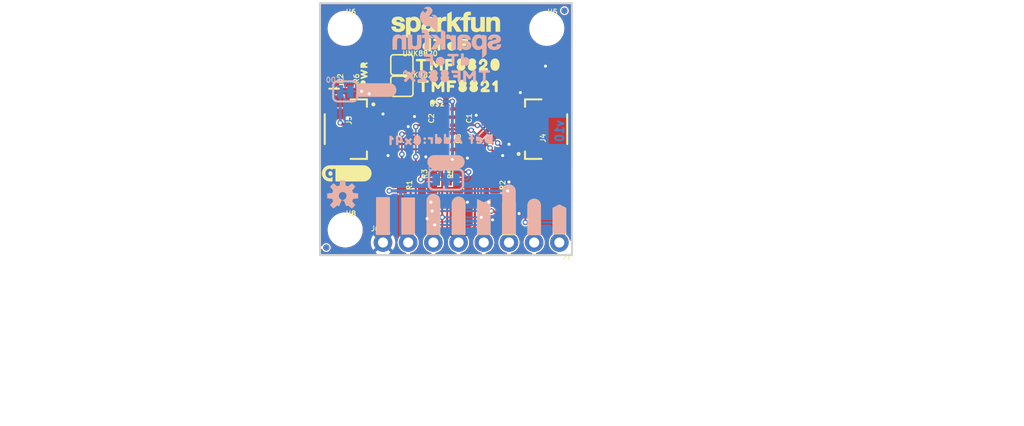
<source format=kicad_pcb>
(kicad_pcb (version 20211014) (generator pcbnew)
  (layers (0 "F.Cu" signal) (31 "B.Cu" signal) (34 "B.Paste" user) (35 "F.Paste" user) (36 "B.SilkS" user "B.Silkscreen") (37 "F.SilkS" user "F.Silkscreen") (38 "B.Mask" user) (39 "F.Mask" user) (44 "Edge.Cuts" user))
  (net 0 "")
  (net 1 "GND")
  (net 2 "3.3V")
  (net 3 "SCL")
  (net 4 "SDA")
  (net 5 "N$5")
  (net 6 "N$6")
  (net 7 "N$7")
  (net 8 "N$8")
  (net 9 "EN")
  (net 10 "GPIO0/SYNC")
  (net 11 "GPIO1")
  (net 12 "~{INT}")
  (footprint "eagleBoard:0603" (layer "F.Cu") (at 138.7221 99.3394 -90)
    (fp_text reference "R6" (at 0 -0.762 90) (layer "F.SilkS") (effects (font (size 0.512064 0.512064) (thickness 0.097536)) (justify right)))
    (fp_text value "1k")
    (pad "1" smd roundrect (at -0.85 0 270) (size 1.1 1) (layers "F.Cu" "F.Paste" "F.Mask") (roundrect_rratio 0.0508) (net 5 "N$5"))
    (pad "2" smd roundrect (at 0.85 0 270) (size 1.1 1) (layers "F.Cu" "F.Paste" "F.Mask") (roundrect_rratio 0.0508) (net 6 "N$6"))
  )
  (footprint "eagleBoard:##INT##9" (layer "F.Cu") (at 152.3111 114.0206 90)
    (fp_text reference "U$10" hide)
    (fp_text value "" hide)
  )
  (footprint "eagleBoard:#GP0#19" (layer "F.Cu") (at 154.8511 113.8936 90)
    (fp_text reference "U$8" hide)
    (fp_text value "" hide)
  )
  (footprint "eagleBoard:JST04_1MM_RA" (layer "F.Cu") (at 140.8811 105.0036 -90)
    (fp_text reference "J5" (at -1.397 2.159 90) (layer "F.SilkS") (effects (font (size 0.512064 0.512064) (thickness 0.097536)) (justify right)))
    (fp_text value "QWIIC_RIGHT_ANGLE")
    (pad "1" smd roundrect (at -1.5 0 270) (size 0.6 1.35) (layers "F.Cu" "F.Paste" "F.Mask") (roundrect_rratio 0.08466666667) (net 1 "GND"))
    (pad "2" smd roundrect (at -0.5 0 270) (size 0.6 1.35) (layers "F.Cu" "F.Paste" "F.Mask") (roundrect_rratio 0.08466666667) (net 2 "3.3V"))
    (pad "3" smd roundrect (at 0.5 0 270) (size 0.6 1.35) (layers "F.Cu" "F.Paste" "F.Mask") (roundrect_rratio 0.08466666667) (net 4 "SDA"))
    (pad "4" smd roundrect (at 1.5 0 270) (size 0.6 1.35) (layers "F.Cu" "F.Paste" "F.Mask") (roundrect_rratio 0.08466666667) (net 3 "SCL"))
    (pad "NC1" smd roundrect (at 2.8 3.675 270) (size 1.2 2) (layers "F.Cu" "F.Paste" "F.Mask") (roundrect_rratio 0.04233333333))
    (pad "NC2" smd roundrect (at -2.8 3.675 270) (size 1.2 2) (layers "F.Cu" "F.Paste" "F.Mask") (roundrect_rratio 0.04233333333))
  )
  (footprint "eagleBoard:FIDUCIAL-MICRO" (layer "F.Cu") (at 136.4361 116.9416)
    (fp_text reference "FD8" hide)
    (fp_text value "FIDUCIALUFIDUCIAL" hide)
    (pad "1" smd roundrect (at 0 0) (size 0.635 0.635) (layers "F.Cu" "F.Mask") (roundrect_rratio 0.5))
  )
  (footprint "eagleBoard:TMF88209" (layer "F.Cu") (at 149.7711 98.5266)
    (fp_text reference "U$12" hide)
    (fp_text value "" hide)
  )
  (footprint "eagleBoard:1X04_NO_SILK" (layer "F.Cu") (at 159.9311 116.4336 180)
    (fp_text reference "J1" (at -1.27 -1.397) (layer "F.SilkS") (effects (font (size 0.512064 0.512064) (thickness 0.097536)) (justify right)))
    (fp_text value "")
    (pad "1" thru_hole circle (at 0 0 270) (size 1.8796 1.8796) (drill 1.016) (layers *.Cu *.Mask) (net 9 "EN"))
    (pad "2" thru_hole circle (at 2.54 0 270) (size 1.8796 1.8796) (drill 1.016) (layers *.Cu *.Mask) (net 11 "GPIO1"))
    (pad "3" thru_hole circle (at 5.08 0 270) (size 1.8796 1.8796) (drill 1.016) (layers *.Cu *.Mask) (net 10 "GPIO0/SYNC"))
    (pad "4" thru_hole circle (at 7.62 0 270) (size 1.8796 1.8796) (drill 1.016) (layers *.Cu *.Mask) (net 12 "~{INT}"))
  )
  (footprint "eagleBoard:FIDUCIAL-MICRO" (layer "F.Cu") (at 160.4391 93.0656)
    (fp_text reference "FD7" hide)
    (fp_text value "FIDUCIALUFIDUCIAL" hide)
    (pad "1" smd roundrect (at 0 0) (size 0.635 0.635) (layers "F.Cu" "F.Mask") (roundrect_rratio 0.5))
  )
  (footprint "eagleBoard:STAND-OFF-TIGHT" (layer "F.Cu") (at 138.3411 115.1636)
    (fp_text reference "H8" (at 0 -1.651) (layer "F.SilkS") (effects (font (size 0.512064 0.512064) (thickness 0.097536)) (justify left)))
    (fp_text value "STAND-OFFTIGHT")
    (pad "" np_thru_hole circle (at 0 0) (size 3.048 3.048) (drill 3.048) (layers *.Cu *.Mask))
  )
  (footprint "eagleBoard:#GP1#8" (layer "F.Cu") (at 157.3911 114.0206 90)
    (fp_text reference "U$9" hide)
    (fp_text value "" hide)
  )
  (footprint "eagleBoard:STAND-OFF-TIGHT" (layer "F.Cu") (at 138.3411 94.8436)
    (fp_text reference "H6" (at 0 -1.651) (layer "F.SilkS") (effects (font (size 0.512064 0.512064) (thickness 0.097536)) (justify left)))
    (fp_text value "STAND-OFFTIGHT")
    (pad "" np_thru_hole circle (at 0 0) (size 3.048 3.048) (drill 3.048) (layers *.Cu *.Mask))
  )
  (footprint "eagleBoard:0603" (layer "F.Cu") (at 147.1041 110.0836 90)
    (fp_text reference "R3" (at 0 -0.762 90) (layer "F.SilkS") (effects (font (size 0.512064 0.512064) (thickness 0.097536)) (justify left)))
    (fp_text value "2.2k")
    (pad "1" smd roundrect (at -0.85 0 90) (size 1.1 1) (layers "F.Cu" "F.Paste" "F.Mask") (roundrect_rratio 0.0508) (net 4 "SDA"))
    (pad "2" smd roundrect (at 0.85 0 90) (size 1.1 1) (layers "F.Cu" "F.Paste" "F.Mask") (roundrect_rratio 0.0508) (net 7 "N$7"))
  )
  (footprint "eagleBoard:PRODUCT_IDENT_PASTE_SILK" (layer "F.Cu") (at 144.0561 98.5266)
    (fp_text reference "UNK8820" (at 0 -1.143) (layer "F.SilkS") (effects (font (size 0.512064 0.512064) (thickness 0.097536)) (justify left)))
    (fp_text value "PROD_ID_PASTE_SILK")
    (pad "1" smd roundrect (at -0.0254 0) (size 1.6764 1.27) (layers "F.Cu" "F.Mask") (roundrect_rratio 0.04))
  )
  (footprint "eagleBoard:SFE_LOGO_NAME_.1" (layer "F.Cu") (at 148.5011 94.5896)
    (fp_text reference "U$13" hide)
    (fp_text value "" hide)
  )
  (footprint "eagleBoard:0603" (layer "F.Cu") (at 144.0561 110.0836 -90)
    (fp_text reference "R1" (at 0 -0.762 90) (layer "F.SilkS") (effects (font (size 0.512064 0.512064) (thickness 0.097536)) (justify right)))
    (fp_text value "10k")
    (pad "1" smd roundrect (at -0.85 0 270) (size 1.1 1) (layers "F.Cu" "F.Paste" "F.Mask") (roundrect_rratio 0.0508) (net 12 "~{INT}"))
    (pad "2" smd roundrect (at 0.85 0 270) (size 1.1 1) (layers "F.Cu" "F.Paste" "F.Mask") (roundrect_rratio 0.0508) (net 2 "3.3V"))
  )
  (footprint "eagleBoard:0402-TIGHT" (layer "F.Cu") (at 150.2791 103.3526 -90)
    (fp_text reference "C1" (at 0 -0.562 90) (layer "F.SilkS") (effects (font (size 0.512064 0.512064) (thickness 0.097536)) (justify right)))
    (fp_text value "0.1uF")
    (pad "1" smd roundrect (at -0.5 0 270) (size 0.6 0.6) (layers "F.Cu" "F.Paste" "F.Mask") (roundrect_rratio 0.08466666667) (net 2 "3.3V"))
    (pad "2" smd roundrect (at 0.5 0 270) (size 0.6 0.6) (layers "F.Cu" "F.Paste" "F.Mask") (roundrect_rratio 0.08466666667) (net 1 "GND"))
  )
  (footprint "eagleBoard:0603" (layer "F.Cu") (at 153.4541 110.0836 -90)
    (fp_text reference "R2" (at 0 -0.762 90) (layer "F.SilkS") (effects (font (size 0.512064 0.512064) (thickness 0.097536)) (justify right)))
    (fp_text value "10k")
    (pad "1" smd roundrect (at -0.85 0 270) (size 1.1 1) (layers "F.Cu" "F.Paste" "F.Mask") (roundrect_rratio 0.0508) (net 9 "EN"))
    (pad "2" smd roundrect (at 0.85 0 270) (size 1.1 1) (layers "F.Cu" "F.Paste" "F.Mask") (roundrect_rratio 0.0508) (net 2 "3.3V"))
  )
  (footprint "eagleBoard:0402-TIGHT" (layer "F.Cu") (at 146.4691 103.3526 -90)
    (fp_text reference "C2" (at 0 -0.562 90) (layer "F.SilkS") (effects (font (size 0.512064 0.512064) (thickness 0.097536)) (justify right)))
    (fp_text value "0.1uF")
    (pad "1" smd roundrect (at -0.5 0 270) (size 0.6 0.6) (layers "F.Cu" "F.Paste" "F.Mask") (roundrect_rratio 0.08466666667) (net 2 "3.3V"))
    (pad "2" smd roundrect (at 0.5 0 270) (size 0.6 0.6) (layers "F.Cu" "F.Paste" "F.Mask") (roundrect_rratio 0.08466666667) (net 1 "GND"))
  )
  (footprint "eagleBoard:DTOF882188211" (layer "F.Cu") (at 148.5011 96.4946)
    (fp_text reference "U$11" hide)
    (fp_text value "" hide)
  )
  (footprint "eagleBoard:LED-0603" (layer "F.Cu") (at 137.2235 99.3394 -90)
    (fp_text reference "D2" (at 0 -0.635 90) (layer "F.SilkS") (effects (font (size 0.512064 0.512064) (thickness 0.097536)) (justify right)))
    (fp_text value "RED")
    (pad "A" smd roundrect (at -0.877 0 180) (size 1 1) (layers "F.Cu" "F.Paste" "F.Mask") (roundrect_rratio 0.15) (net 5 "N$5"))
    (pad "C" smd roundrect (at 0.877 0 180) (size 1 1) (layers "F.Cu" "F.Paste" "F.Mask") (roundrect_rratio 0.15) (net 1 "GND"))
  )
  (footprint "eagleBoard:STAND-OFF-TIGHT" (layer "F.Cu") (at 158.6611 94.8436)
    (fp_text reference "H5" (at 0 -1.651) (layer "F.SilkS") (effects (font (size 0.512064 0.512064) (thickness 0.097536)) (justify left)))
    (fp_text value "STAND-OFFTIGHT")
    (pad "" np_thru_hole circle (at 0 0) (size 3.048 3.048) (drill 3.048) (layers *.Cu *.Mask))
  )
  (footprint "eagleBoard:#SDA#6" (layer "F.Cu") (at 147.2311 113.7666 90)
    (fp_text reference "U$4" hide)
    (fp_text value "" hide)
  )
  (footprint "eagleBoard:PRODUCT_IDENT_NO_SILK" (layer "F.Cu") (at 144.0561 100.6856)
    (fp_text reference "UNK8821" (at 0 -1.143) (layer "F.SilkS") (effects (font (size 0.512064 0.512064) (thickness 0.097536)) (justify left)))
    (fp_text value "PROD_ID_NO-PASTE_SILK")
    (pad "1" smd roundrect (at -0.0254 0) (size 1.6764 1.27) (layers "F.Cu" "F.Mask") (roundrect_rratio 0.04))
  )
  (footprint "eagleBoard:1X04_NO_SILK" (layer "F.Cu") (at 142.1511 116.4336)
    (fp_text reference "J6" (at -1.27 -1.397) (layer "F.SilkS") (effects (font (size 0.512064 0.512064) (thickness 0.097536)) (justify left)))
    (fp_text value "")
    (pad "1" thru_hole circle (at 0 0 90) (size 1.8796 1.8796) (drill 1.016) (layers *.Cu *.Mask) (net 1 "GND"))
    (pad "2" thru_hole circle (at 2.54 0 90) (size 1.8796 1.8796) (drill 1.016) (layers *.Cu *.Mask) (net 2 "3.3V"))
    (pad "3" thru_hole circle (at 5.08 0 90) (size 1.8796 1.8796) (drill 1.016) (layers *.Cu *.Mask) (net 4 "SDA"))
    (pad "4" thru_hole circle (at 7.62 0 90) (size 1.8796 1.8796) (drill 1.016) (layers *.Cu *.Mask) (net 3 "SCL"))
  )
  (footprint "eagleBoard:0603" (layer "F.Cu") (at 149.7203 110.0836 90)
    (fp_text reference "R5" (at 0 -0.762 90) (layer "F.SilkS") (effects (font (size 0.512064 0.512064) (thickness 0.097536)) (justify left)))
    (fp_text value "2.2k")
    (pad "1" smd roundrect (at -0.85 0 90) (size 1.1 1) (layers "F.Cu" "F.Paste" "F.Mask") (roundrect_rratio 0.0508) (net 3 "SCL"))
    (pad "2" smd roundrect (at 0.85 0 90) (size 1.1 1) (layers "F.Cu" "F.Paste" "F.Mask") (roundrect_rratio 0.0508) (net 8 "N$8"))
  )
  (footprint "eagleBoard:#EN#7" (layer "F.Cu") (at 159.9311 114.2746 90)
    (fp_text reference "U$17" hide)
    (fp_text value "" hide)
  )
  (footprint "eagleBoard:TMF882188210" (layer "F.Cu") (at 149.7711 100.6856)
    (fp_text reference "U$25" hide)
    (fp_text value "" hide)
  )
  (footprint "eagleBoard:CREATIVE_COMMONS" (layer "F.Cu") (at 123.8631 134.4676)
    (fp_text reference "FRAME2" hide)
    (fp_text value "FRAME-LETTER" hide)
  )
  (footprint "eagleBoard:#SCL#5" (layer "F.Cu") (at 149.7711 113.8936 90)
    (fp_text reference "U$5" hide)
    (fp_text value "" hide)
  )
  (footprint "eagleBoard:TMF882X" (layer "F.Cu") (at 148.5011 105.0036)
    (fp_text reference "U$1" (at -1.7272 -2.5654) (layer "F.SilkS") (effects (font (size 0.512064 0.512064) (thickness 0.097536)) (justify left)))
    (fp_text value "TMF882X_TMF8820")
    (pad "P1" smd roundrect (at -0.6858 -2.032) (size 0.5 0.35) (layers "F.Cu" "F.Paste" "F.Mask") (roundrect_rratio 0.1451428571) (net 2 "3.3V"))
    (pad "P2" smd roundrect (at -0.6858 -1.212) (size 0.5 0.35) (layers "F.Cu" "F.Paste" "F.Mask") (roundrect_rratio 0.1451428571) (net 1 "GND"))
    (pad "P3" smd roundrect (at -0.6858 -0.392) (size 0.5 0.35) (layers "F.Cu" "F.Paste" "F.Mask") (roundrect_rratio 0.1451428571) (net 10 "GPIO0/SYNC"))
    (pad "P4" smd roundrect (at -0.6858 0.428) (size 0.5 0.35) (layers "F.Cu" "F.Paste" "F.Mask") (roundrect_rratio 0.1451428571) (net 12 "~{INT}"))
    (pad "P5" smd roundrect (at -0.6858 1.248) (size 0.5 0.35) (layers "F.Cu" "F.Paste" "F.Mask") (roundrect_rratio 0.1451428571) (net 3 "SCL"))
    (pad "P6" smd roundrect (at -0.6858 2.068) (size 0.5 0.35) (layers "F.Cu" "F.Paste" "F.Mask") (roundrect_rratio 0.1451428571) (net 4 "SDA"))
    (pad "P7" smd roundrect (at 0.6642 2.068) (size 0.5 0.35) (layers "F.Cu" "F.Paste" "F.Mask") (roundrect_rratio 0.1451428571) (net 2 "3.3V"))
    (pad "P8" smd roundrect (at 0.6642 1.248) (size 0.5 0.35) (layers "F.Cu" "F.Paste" "F.Mask") (roundrect_rratio 0.1451428571) (net 1 "GND"))
    (pad "P9" smd roundrect (at 0.6642 0.428) (size 0.5 0.35) (layers "F.Cu" "F.Paste" "F.Mask") (roundrect_rratio 0.1451428571) (net 9 "EN"))
    (pad "P10" smd roundrect (at 0.6642 -0.392) (size 0.5 0.35) (layers "F.Cu" "F.Paste" "F.Mask") (roundrect_rratio 0.1451428571) (net 11 "GPIO1"))
    (pad "P11" smd roundrect (at 0.6642 -1.212) (size 0.5 0.35) (layers "F.Cu" "F.Paste" "F.Mask") (roundrect_rratio 0.1451428571) (net 1 "GND"))
    (pad "P12" smd roundrect (at 0.6642 -2.032) (size 0.5 0.35) (layers "F.Cu" "F.Paste" "F.Mask") (roundrect_rratio 0.1451428571) (net 2 "3.3V"))
  )
  (footprint "eagleBoard:PWR882188212" (layer "F.Cu") (at 140.2461 99.4156 90)
    (fp_text reference "U$14" hide)
    (fp_text value "" hide)
  )
  (footprint "eagleBoard:QWIIC_5MM" (layer "F.Cu") (at 138.4681 109.4486)
    (fp_text reference "U$6" hide)
    (fp_text value "QWIIC_LOGO_5MM" hide)
  )
  (footprint "eagleBoard:#GND#4" (layer "F.Cu") (at 142.1511 113.7666 90)
    (fp_text reference "U$3" hide)
    (fp_text value "" hide)
  )
  (footprint "eagleBoard:#3V3#0" (layer "F.Cu") (at 144.6911 113.7666 90)
    (fp_text reference "U$2" hide)
    (fp_text value "" hide)
  )
  (footprint "eagleBoard:0402-TIGHT" (layer "F.Cu") (at 150.2791 106.5276 90)
    (fp_text reference "C3" (at 0 -0.562 90) (layer "F.SilkS") (effects (font (size 0.512064 0.512064) (thickness 0.097536)) (justify left)))
    (fp_text value "0.1uF")
    (pad "1" smd roundrect (at -0.5 0 90) (size 0.6 0.6) (layers "F.Cu" "F.Paste" "F.Mask") (roundrect_rratio 0.08466666667) (net 2 "3.3V"))
    (pad "2" smd roundrect (at 0.5 0 90) (size 0.6 0.6) (layers "F.Cu" "F.Paste" "F.Mask") (roundrect_rratio 0.08466666667) (net 1 "GND"))
  )
  (footprint "eagleBoard:JST04_1MM_RA" (layer "F.Cu") (at 156.1211 105.0036 90)
    (fp_text reference "J4" (at -1.397 2.159 90) (layer "F.SilkS") (effects (font (size 0.512064 0.512064) (thickness 0.097536)) (justify left)))
    (fp_text value "QWIIC_RIGHT_ANGLE")
    (pad "1" smd roundrect (at -1.5 0 90) (size 0.6 1.35) (layers "F.Cu" "F.Paste" "F.Mask") (roundrect_rratio 0.08466666667) (net 1 "GND"))
    (pad "2" smd roundrect (at -0.5 0 90) (size 0.6 1.35) (layers "F.Cu" "F.Paste" "F.Mask") (roundrect_rratio 0.08466666667) (net 2 "3.3V"))
    (pad "3" smd roundrect (at 0.5 0 90) (size 0.6 1.35) (layers "F.Cu" "F.Paste" "F.Mask") (roundrect_rratio 0.08466666667) (net 4 "SDA"))
    (pad "4" smd roundrect (at 1.5 0 90) (size 0.6 1.35) (layers "F.Cu" "F.Paste" "F.Mask") (roundrect_rratio 0.08466666667) (net 3 "SCL"))
    (pad "NC1" smd roundrect (at 2.8 3.675 90) (size 1.2 2) (layers "F.Cu" "F.Paste" "F.Mask") (roundrect_rratio 0.04233333333))
    (pad "NC2" smd roundrect (at -2.8 3.675 90) (size 1.2 2) (layers "F.Cu" "F.Paste" "F.Mask") (roundrect_rratio 0.04233333333))
  )
  (footprint "eagleBoard:FIDUCIAL-MICRO" (layer "B.Cu") (at 136.4361 116.9416 180)
    (fp_text reference "FD5" hide)
    (fp_text value "FIDUCIALUFIDUCIAL" hide)
    (pad "1" smd roundrect (at 0 0 180) (size 0.635 0.635) (layers "B.Cu" "B.Mask") (roundrect_rratio 0.5))
  )
  (footprint "eagleBoard:#LED#10" (layer "B.Cu") (at 141.3891 101.0666 180)
    (fp_text reference "U$22" hide)
    (fp_text value "" hide)
  )
  (footprint "eagleBoard:SMT-JUMPER_2_NC_TRACE_SILK" (layer "B.Cu") (at 138.3411 101.1936 180)
    (fp_text reference "LED0" (at 0 1.143) (layer "B.SilkS") (effects (font (size 0.512064 0.512064) (thickness 0.097536)) (justify left mirror)))
    (fp_text value "LED")
    (fp_poly (pts (xy 0.1905 -0.13335) (xy -0.70485 -0.13335) (xy -0.70485 0.13335) (xy 0.1905 0.13335)) (layer "B.Cu") (width 0) (fill solid))
    (pad "1" smd roundrect (at -0.5207 0 180) (size 0.6604 1.27) (layers "B.Cu" "B.Mask") (roundrect_rratio 0.07692307692) (net 6 "N$6"))
    (pad "2" smd roundrect (at 0.5207 0 180) (size 0.6604 1.27) (layers "B.Cu" "B.Mask") (roundrect_rratio 0.07692307692) (net 2 "3.3V"))
  )
  (footprint "eagleBoard:ADDR#12" (layer "B.Cu") (at 148.1201 106.0196 180)
    (fp_text reference "U$29" hide)
    (fp_text value "" hide)
  )
  (footprint "eagleBoard:DEF11" (layer "B.Cu") (at 151.9301 106.0196 180)
    (fp_text reference "U$28" hide)
    (fp_text value "" hide)
  )
  (footprint "eagleBoard:#GP1#8" (layer "B.Cu") (at 157.3911 114.0206 -90)
    (fp_text reference "U$19" hide)
    (fp_text value "" hide)
  )
  (footprint "eagleBoard:#3V3#0" (layer "B.Cu") (at 144.6911 113.7666 -90)
    (fp_text reference "U$16" hide)
    (fp_text value "" hide)
  )
  (footprint "eagleBoard:##INT##8" (layer "B.Cu") (at 152.3111 114.0206 -90)
    (fp_text reference "U$24" hide)
    (fp_text value "" hide)
  )
  (footprint "eagleBoard:TMF882X882188211" (layer "B.Cu") (at 148.5011 99.6696 180)
    (fp_text reference "U$27" hide)
    (fp_text value "" hide)
  )
  (footprint "eagleBoard:0X4113" (layer "B.Cu") (at 144.3101 106.1466 180)
    (fp_text reference "U$30" hide)
    (fp_text value "" hide)
  )
  (footprint "eagleBoard:#SCL#5" (layer "B.Cu") (at 149.7711 113.8936 -90)
    (fp_text reference "U$21" hide)
    (fp_text value "" hide)
  )
  (footprint "eagleBoard:OSHW-LOGO-S" (layer "B.Cu") (at 138.0871 111.7346 180)
    (fp_text reference "LOGO4" hide)
    (fp_text value "OSHW-LOGOS" hide)
  )
  (footprint "eagleBoard:DTOF882188211" (layer "B.Cu") (at 148.5011 98.0186 180)
    (fp_text reference "U$26" hide)
    (fp_text value "" hide)
  )
  (footprint "eagleBoard:#I2C#11" (layer "B.Cu") (at 148.5011 108.3056 180)
    (fp_text reference "U$20" hide)
    (fp_text value "" hide)
  )
  (footprint "eagleBoard:#EN#7" (layer "B.Cu") (at 159.9311 114.2746 -90)
    (fp_text reference "U$7" hide)
    (fp_text value "" hide)
  )
  (footprint "eagleBoard:#SYNC#8" (layer "B.Cu") (at 154.8511 113.2586 -90)
    (fp_text reference "U$15" hide)
    (fp_text value "" hide)
  )
  (footprint "eagleBoard:SMT-JUMPER_3_2-NC_TRACE_SILK" (layer "B.Cu") (at 148.5011 110.0836 180)
    (fp_text reference "I2C0" (at 0 1.143) (layer "B.SilkS") (effects (font (size 0.512064 0.512064) (thickness 0.097536)) (justify left mirror)))
    (fp_text value "I2C_PU")
    (fp_poly (pts (xy 0.7112 -0.13335) (xy -0.7112 -0.13335) (xy -0.7112 0.13335) (xy 0.7112 0.13335)) (layer "B.Cu") (width 0) (fill solid))
    (pad "1" smd roundrect (at -1.0414 0 180) (size 0.6604 1.27) (layers "B.Cu" "B.Mask") (roundrect_rratio 0.07692307692) (net 8 "N$8"))
    (pad "2" smd roundrect (at 0 0 180) (size 0.6604 1.27) (layers "B.Cu" "B.Mask") (roundrect_rratio 0.07692307692) (net 2 "3.3V"))
    (pad "3" smd roundrect (at 1.0414 0 180) (size 0.6604 1.27) (layers "B.Cu" "B.Mask") (roundrect_rratio 0.07692307692) (net 7 "N$7"))
  )
  (footprint "eagleBoard:FIDUCIAL-MICRO" (layer "B.Cu") (at 160.4391 93.0656 180)
    (fp_text reference "FD6" hide)
    (fp_text value "FIDUCIALUFIDUCIAL" hide)
    (pad "1" smd roundrect (at 0 0 180) (size 0.635 0.635) (layers "B.Cu" "B.Mask") (roundrect_rratio 0.5))
  )
  (footprint "eagleBoard:#GND#4" (layer "B.Cu") (at 142.1511 113.7666 -90)
    (fp_text reference "U$18" hide)
    (fp_text value "" hide)
  )
  (footprint "eagleBoard:#SDA#6" (layer "B.Cu") (at 147.2311 113.7666 -90)
    (fp_text reference "U$23" hide)
    (fp_text value "" hide)
  )
  (footprint "eagleBoard:SFE_LOGO_NAME_FLAME_.1" (layer "B.Cu") (at 148.5011 96.3676 180)
    (fp_text reference "LOGO3" hide)
    (fp_text value "SFE_LOGO_NAME_FLAME.1_INCH" hide)
  )
  (gr_line (start 161.2011 117.7036) (end 135.8011 117.7036) (layer "Edge.Cuts") (width 0.2032))
  (gr_line (start 135.8011 117.7036) (end 135.8011 92.3036) (layer "Edge.Cuts") (width 0.2032))
  (gr_line (start 135.8011 92.3036) (end 161.2011 92.3036) (layer "Edge.Cuts") (width 0.2032))
  (gr_line (start 161.2011 92.3036) (end 161.2011 117.7036) (layer "Edge.Cuts") (width 0.2032))
  (gr_text "v10" (at 160.4391 103.9876 -270) (layer "B.Cu") (effects (font (size 0.8128 0.8128) (thickness 0.2032)) (justify left bottom mirror)))
  (segment (start 149.7703 106.0276) (end 149.5463 106.2516) (width 0.3048) (layer "F.Cu") (net 1))
  (segment (start 149.1653 106.2516) (end 149.5463 106.2516) (width 0.3048) (layer "F.Cu") (net 1))
  (segment (start 149.7703 106.0276) (end 150.2791 106.0276) (width 0.3048) (layer "F.Cu") (net 1))
  (segment (start 150.2181 103.7916) (end 150.2791 103.8526) (width 0.3048) (layer "F.Cu") (net 1))
  (segment (start 146.5301 103.7916) (end 146.4691 103.8526) (width 0.3048) (layer "F.Cu") (net 1))
  (segment (start 147.8153 103.7916) (end 146.5301 103.7916) (width 0.3048) (layer "F.Cu") (net 1))
  (segment (start 149.1653 103.7916) (end 150.2181 103.7916) (width 0.3048) (layer "F.Cu") (net 1))
  (via (at 154.8511 106.5276) (size 0.5588) (drill 0.3048) (layers "F.Cu" "B.Cu") (net 1))
  (via (at 151.5491 103.6066) (size 0.5588) (drill 0.3048) (layers "F.Cu" "B.Cu") (net 1))
  (via (at 154.8511 110.3376) (size 0.5588) (drill 0.3048) (layers "F.Cu" "B.Cu") (net 1))
  (via (at 142.1511 103.4796) (size 0.5588) (drill 0.3048) (layers "F.Cu" "B.Cu") (net 1))
  (via (at 146.9771 112.3696) (size 0.5588) (drill 0.3048) (layers "F.Cu" "B.Cu") (net 1))
  (via (at 155.8671 113.5126) (size 0.5588) (drill 0.3048) (layers "F.Cu" "B.Cu") (net 1))
  (via (at 150.6601 112.3696) (size 0.5588) (drill 0.3048) (layers "F.Cu" "B.Cu") (net 1))
  (via (at 154.2161 107.6706) (size 0.5588) (drill 0.3048) (layers "F.Cu" "B.Cu") (net 1))
  (via (at 158.5341 98.6536) (size 0.5588) (drill 0.3048) (layers "F.Cu" "B.Cu") (net 1))
  (via (at 155.9941 101.3206) (size 0.5588) (drill 0.3048) (layers "F.Cu" "B.Cu") (net 1))
  (via (at 145.3261 103.7336) (size 0.5588) (drill 0.3048) (layers "F.Cu" "B.Cu") (net 1))
  (via (at 144.6911 104.7496) (size 0.5588) (drill 0.3048) (layers "F.Cu" "B.Cu") (net 1))
  (via (at 150.6601 107.9246) (size 0.5588) (drill 0.3048) (layers "F.Cu" "B.Cu") (net 1))
  (via (at 140.7541 101.4476) (size 0.5588) (drill 0.3048) (layers "F.Cu" "B.Cu") (net 1))
  (via (at 153.2001 114.1476) (size 0.5588) (drill 0.3048) (layers "F.Cu" "B.Cu") (net 1))
  (via (at 142.6591 107.6706) (size 0.5588) (drill 0.3048) (layers "F.Cu" "B.Cu") (net 1))
  (via (at 146.4691 107.7976) (size 0.5588) (drill 0.3048) (layers "F.Cu" "B.Cu") (net 1))
  (via (at 138.5951 103.8606) (size 0.5588) (drill 0.3048) (layers "F.Cu" "B.Cu") (net 1))
  (via (at 152.8191 112.3696) (size 0.5588) (drill 0.3048) (layers "F.Cu" "B.Cu") (net 1))
  (via (at 146.5961 114.0206) (size 0.5588) (drill 0.3048) (layers "F.Cu" "B.Cu") (net 1))
  (segment (start 157.7721 104.7496) (end 157.0101 105.5116) (width 0.3048) (layer "F.Cu") (net 2))
  (segment (start 149.1653 108.0224) (end 149.1653 107.0716) (width 0.3048) (layer "F.Cu") (net 2))
  (segment (start 149.2093 107.0276) (end 150.2791 107.0276) (width 0.3048) (layer "F.Cu") (net 2))
  (segment (start 149.1361 102.2096) (end 149.1653 102.2388) (width 0.3048) (layer "F.Cu") (net 2))
  (segment (start 147.8153 102.9716) (end 147.8153 102.2604) (width 0.3048) (layer "F.Cu") (net 2))
  (segment (start 137.8331 104.3686) (end 137.9681 104.5036) (width 0.3048) (layer "F.Cu") (net 2))
  (segment (start 149.1653 102.9716) (end 150.1601 102.9716) (width 0.3048) (layer "F.Cu") (net 2))
  (segment (start 142.6511 104.5036) (end 144.3021 102.8526) (width 0.3048) (layer "F.Cu") (net 2))
  (segment (start 144.3021 102.8526) (end 146.4691 102.8526) (width 0.3048) (layer "F.Cu") (net 2))
  (segment (start 144.0561 110.9336) (end 143.7631 111.2266) (width 0.3048) (layer "F.Cu") (net 2))
  (segment (start 154.7241 111.2266) (end 153.7471 111.2266) (width 0.3048) (layer "F.Cu") (net 2))
  (segment (start 147.8153 102.9716) (end 146.5881 102.9716) (width 0.3048) (layer "F.Cu") (net 2))
  (segment (start 157.0101 102.4636) (end 157.7721 103.2256) (width 0.3048) (layer "F.Cu") (net 2))
  (segment (start 143.7631 111.2266) (end 142.7861 111.2266) (width 0.3048) (layer "F.Cu") (net 2))
  (segment (start 149.1653 107.0716) (end 149.2093 107.0276) (width 0.3048) (layer "F.Cu") (net 2))
  (segment (start 153.7471 111.2266) (end 153.4541 110.9336) (width 0.3048) (layer "F.Cu") (net 2))
  (segment (start 150.1601 102.9716) (end 150.2791 102.8526) (width 0.3048) (layer "F.Cu") (net 2))
  (segment (start 147.8153 102.2604) (end 147.8661 102.2096) (width 0.3048) (layer "F.Cu") (net 2))
  (segment (start 157.7721 103.2256) (end 157.7721 104.7496) (width 0.3048) (layer "F.Cu") (net 2))
  (segment (start 156.1291 105.5116) (end 156.1211 105.5036) (width 0.3048) (layer "F.Cu") (net 2))
  (segment (start 146.5881 102.9716) (end 146.4691 102.8526) (width 0.3048) (layer "F.Cu") (net 2))
  (segment (start 149.1361 108.0516) (end 149.1653 108.0224) (width 0.3048) (layer "F.Cu") (net 2))
  (segment (start 154.4781 102.4636) (end 154.0891 102.8526) (width 0.3048) (layer "F.Cu") (net 2))
  (segment (start 140.8811 104.5036) (end 142.6511 104.5036) (width 0.3048) (layer "F.Cu") (net 2))
  (segment (start 157.0101 105.5116) (end 156.1291 105.5116) (width 0.3048) (layer "F.Cu") (net 2))
  (segment (start 150.2791 102.8526) (end 154.0891 102.8526) (width 0.3048) (layer "F.Cu") (net 2))
  (segment (start 154.4781 102.4636) (end 157.0101 102.4636) (width 0.3048) (layer "F.Cu") (net 2))
  (segment (start 140.8811 104.5036) (end 137.9681 104.5036) (width 0.3048) (layer "F.Cu") (net 2))
  (segment (start 149.1653 102.2388) (end 149.1653 102.9716) (width 0.3048) (layer "F.Cu") (net 2))
  (via (at 149.1361 102.2096) (size 0.5588) (drill 0.3048) (layers "F.Cu" "B.Cu") (net 2))
  (via (at 142.7861 111.2266) (size 0.5588) (drill 0.3048) (layers "F.Cu" "B.Cu") (net 2))
  (via (at 137.8331 104.3686) (size 0.5588) (drill 0.3048) (layers "F.Cu" "B.Cu") (net 2))
  (via (at 149.1361 108.0516) (size 0.5588) (drill 0.3048) (layers "F.Cu" "B.Cu") (net 2))
  (via (at 147.8661 102.2096) (size 0.5588) (drill 0.3048) (layers "F.Cu" "B.Cu") (net 2))
  (via (at 154.7241 111.2266) (size 0.5588) (drill 0.3048) (layers "F.Cu" "B.Cu") (net 2))
  (segment (start 143.9291 111.2266) (end 143.9291 115.6716) (width 0.3048) (layer "B.Cu") (net 2))
  (segment (start 147.8661 102.2096) (end 149.1361 102.2096) (width 0.3048) (layer "B.Cu") (net 2))
  (segment (start 143.9291 111.2266) (end 148.5011 111.2266) (width 0.3048) (layer "B.Cu") (net 2))
  (segment (start 137.8331 101.2063) (end 137.8331 104.3686) (width 0.3048) (layer "B.Cu") (net 2))
  (segment (start 148.5011 110.0836) (end 148.5011 108.6866) (width 0.3048) (layer "B.Cu") (net 2))
  (segment (start 144.6911 116.4336) (end 143.9291 115.6716) (width 0.3048) (layer "B.Cu") (net 2))
  (segment (start 142.7861 111.2266) (end 143.9291 111.2266) (width 0.3048) (layer "B.Cu") (net 2))
  (segment (start 148.5011 108.6866) (end 149.1361 108.0516) (width 0.3048) (layer "B.Cu") (net 2))
  (segment (start 149.1361 108.0516) (end 149.1361 102.2096) (width 0.3048) (layer "B.Cu") (net 2))
  (segment (start 148.5011 111.2266) (end 154.7241 111.2266) (width 0.3048) (layer "B.Cu") (net 2))
  (segment (start 148.5011 110.0836) (end 148.5011 111.2266) (width 0.3048) (layer "B.Cu") (net 2))
  (segment (start 137.8204 101.1936) (end 137.8331 101.2063) (width 0.3048) (layer "B.Cu") (net 2))
  (segment (start 149.7711 116.4336) (end 151.4221 114.7826) (width 0.2032) (layer "F.Cu") (net 3))
  (segment (start 146.6723 106.2516) (end 147.8153 106.2516) (width 0.2032) (layer "F.Cu") (net 3))
  (segment (start 149.7203 110.9336) (end 148.6281 110.9336) (width 0.2032) (layer "F.Cu") (net 3))
  (segment (start 151.4221 114.7826) (end 151.4221 105.7656) (width 0.2032) (layer "F.Cu") (net 3))
  (segment (start 148.6281 115.2906) (end 149.7711 116.4336) (width 0.2032) (layer "F.Cu") (net 3))
  (segment (start 151.4221 105.7656) (end 153.6841 103.5036) (width 0.2032) (layer "F.Cu") (net 3))
  (segment (start 140.8811 106.5036) (end 146.4203 106.5036) (width 0.2032) (layer "F.Cu") (net 3))
  (segment (start 153.6841 103.5036) (end 156.1211 103.5036) (width 0.2032) (layer "F.Cu") (net 3))
  (segment (start 146.6723 106.2516) (end 146.4203 106.5036) (width 0.2032) (layer "F.Cu") (net 3))
  (segment (start 148.6281 110.9336) (end 148.6281 115.2906) (width 0.2032) (layer "F.Cu") (net 3))
  (segment (start 148.6281 106.6546) (end 148.6281 110.9336) (width 0.2032) (layer "F.Cu") (net 3))
  (segment (start 148.2251 106.2516) (end 148.6281 106.6546) (width 0.2032) (layer "F.Cu") (net 3))
  (segment (start 147.8153 106.2516) (end 148.2251 106.2516) (width 0.2032) (layer "F.Cu") (net 3))
  (segment (start 147.8153 107.0716) (end 147.9021 107.0716) (width 0.2032) (layer "F.Cu") (net 4))
  (segment (start 139.4841 106.7816) (end 139.8651 107.1626) (width 0.2032) (layer "F.Cu") (net 4))
  (segment (start 147.1041 110.9336) (end 148.0811 110.9336) (width 0.2032) (layer "F.Cu") (net 4))
  (segment (start 139.8651 107.1626) (end 141.6431 107.1626) (width 0.2032) (layer "F.Cu") (net 4))
  (segment (start 148.1201 115.1636) (end 147.2311 116.0526) (width 0.2032) (layer "F.Cu") (net 4))
  (segment (start 141.6431 107.1626) (end 141.7701 107.0356) (width 0.2032) (layer "F.Cu") (net 4))
  (segment (start 152.0571 106.4006) (end 152.0571 113.8936) (width 0.2032) (layer "F.Cu") (net 4))
  (segment (start 148.1201 110.9726) (end 148.1201 113.8936) (width 0.2032) (layer "F.Cu") (net 4))
  (segment (start 139.4841 106.0196) (end 139.4841 106.7816) (width 0.2032) (layer "F.Cu") (net 4))
  (segment (start 148.1201 115.1636) (end 148.1201 113.8936) (width 0.2032) (layer "F.Cu") (net 4))
  (segment (start 140.8811 105.5036) (end 140.0001 105.5036) (width 0.2032) (layer "F.Cu") (net 4))
  (segment (start 152.0571 106.4006) (end 153.9541 104.5036) (width 0.2032) (layer "F.Cu") (net 4))
  (segment (start 148.1201 107.2896) (end 148.1201 110.9726) (width 0.2032) (layer "F.Cu") (net 4))
  (segment (start 147.2311 116.4336) (end 147.2311 116.0526) (width 0.2032) (layer "F.Cu") (net 4))
  (segment (start 140.0001 105.5036) (end 139.4841 106.0196) (width 0.2032) (layer "F.Cu") (net 4))
  (segment (start 153.9541 104.5036) (end 156.1211 104.5036) (width 0.2032) (layer "F.Cu") (net 4))
  (segment (start 147.9021 107.0716) (end 148.1201 107.2896) (width 0.2032) (layer "F.Cu") (net 4))
  (segment (start 147.7793 107.0356) (end 147.8153 107.0716) (width 0.2032) (layer "F.Cu") (net 4))
  (segment (start 148.0811 110.9336) (end 148.1201 110.9726) (width 0.2032) (layer "F.Cu") (net 4))
  (segment (start 141.7701 107.0356) (end 147.7793 107.0356) (width 0.2032) (layer "F.Cu") (net 4))
  (via (at 148.1201 113.8936) (size 0.5588) (drill 0.3048) (layers "F.Cu" "B.Cu") (net 4))
  (via (at 152.0571 113.8936) (size 0.5588) (drill 0.3048) (layers "F.Cu" "B.Cu") (net 4))
  (segment (start 148.1201 113.8936) (end 152.0571 113.8936) (width 0.2032) (layer "B.Cu") (net 4))
  (segment (start 137.2235 98.4624) (end 138.6951 98.4624) (width 0.2032) (layer "F.Cu") (net 5))
  (segment (start 138.6951 98.4624) (end 138.7221 98.4894) (width 0.2032) (layer "F.Cu") (net 5))
  (segment (start 138.7221 100.1894) (end 139.7499 100.1894) (width 0.2032) (layer "F.Cu") (net 6))
  (segment (start 139.9921 100.4316) (end 139.9921 101.1936) (width 0.2032) (layer "F.Cu") (net 6))
  (segment (start 139.9921 100.4316) (end 139.7499 100.1894) (width 0.2032) (layer "F.Cu") (net 6))
  (via (at 139.9921 101.1936) (size 0.5588) (drill 0.3048) (layers "F.Cu" "B.Cu") (net 6))
  (segment (start 138.8618 101.1936) (end 139.9921 101.1936) (width 0.2032) (layer "B.Cu") (net 6))
  (segment (start 145.9611 109.4486) (end 146.1761 109.2336) (width 0.2032) (layer "F.Cu") (net 7))
  (segment (start 145.9611 110.0836) (end 145.9611 109.4486) (width 0.2032) (layer "F.Cu") (net 7))
  (segment (start 146.1761 109.2336) (end 147.1041 109.2336) (width 0.2032) (layer "F.Cu") (net 7))
  (via (at 145.9611 110.0836) (size 0.5588) (drill 0.3048) (layers "F.Cu" "B.Cu") (net 7))
  (segment (start 147.4597 110.0836) (end 145.9611 110.0836) (width 0.2032) (layer "B.Cu") (net 7))
  (segment (start 149.8083 109.3216) (end 149.7203 109.2336) (width 0.2032) (layer "F.Cu") (net 8))
  (segment (start 150.7871 109.3216) (end 149.8083 109.3216) (width 0.2032) (layer "F.Cu") (net 8))
  (via (at 150.7871 109.3216) (size 0.5588) (drill 0.3048) (layers "F.Cu" "B.Cu") (net 8))
  (segment (start 149.5425 110.0836) (end 150.6601 110.0836) (width 0.2032) (layer "B.Cu") (net 8))
  (segment (start 150.6601 110.0836) (end 150.7871 109.9566) (width 0.2032) (layer "B.Cu") (net 8))
  (segment (start 150.7871 109.9566) (end 150.7871 109.3216) (width 0.2032) (layer "B.Cu") (net 8))
  (segment (start 149.9853 105.1196) (end 149.6733 105.4316) (width 0.2032) (layer "F.Cu") (net 9))
  (segment (start 156.5021 110.2106) (end 155.5251 109.2336) (width 0.2032) (layer "F.Cu") (net 9))
  (segment (start 156.5021 114.4016) (end 156.5021 110.2106) (width 0.2032) (layer "F.Cu") (net 9))
  (segment (start 153.4541 109.2336) (end 153.2001 108.9796) (width 0.2032) (layer "F.Cu") (net 9))
  (segment (start 151.0411 105.1196) (end 149.9853 105.1196) (width 0.2032) (layer "F.Cu") (net 9))
  (segment (start 153.2001 107.1626) (end 153.2001 108.9796) (width 0.2032) (layer "F.Cu") (net 9))
  (segment (start 149.6733 105.4316) (end 149.1653 105.4316) (width 0.2032) (layer "F.Cu") (net 9))
  (segment (start 153.2001 107.1626) (end 152.9461 106.9086) (width 0.2032) (layer "F.Cu") (net 9))
  (segment (start 155.5251 109.2336) (end 153.4541 109.2336) (width 0.2032) (layer "F.Cu") (net 9))
  (via (at 151.0411 105.1196) (size 0.5588) (drill 0.3048) (layers "F.Cu" "B.Cu") (net 9))
  (via (at 156.5021 114.4016) (size 0.5588) (drill 0.3048) (layers "F.Cu" "B.Cu") (net 9))
  (via (at 152.9461 106.9086) (size 0.5588) (drill 0.3048) (layers "F.Cu" "B.Cu") (net 9))
  (segment (start 159.9311 116.4336) (end 159.9311 115.1636) (width 0.2032) (layer "B.Cu") (net 9))
  (segment (start 159.9311 115.1636) (end 159.1691 114.4016) (width 0.2032) (layer "B.Cu") (net 9))
  (segment (start 152.9461 106.9086) (end 151.1571 105.1196) (width 0.2032) (layer "B.Cu") (net 9))
  (segment (start 159.1691 114.4016) (end 156.5021 114.4016) (width 0.2032) (layer "B.Cu") (net 9))
  (segment (start 151.1571 105.1196) (end 151.0411 105.1196) (width 0.2032) (layer "B.Cu") (net 9))
  (segment (start 146.3421 113.2586) (end 145.4531 112.3696) (width 0.2032) (layer "F.Cu") (net 10))
  (segment (start 145.5911 104.6116) (end 145.4531 104.7496) (width 0.2032) (layer "F.Cu") (net 10))
  (segment (start 154.8511 114.7826) (end 153.3271 113.2586) (width 0.2032) (layer "F.Cu") (net 10))
  (segment (start 153.0731 113.2586) (end 153.3271 113.2586) (width 0.2032) (layer "F.Cu") (net 10))
  (segment (start 147.1041 113.2586) (end 146.3421 113.2586) (width 0.2032) (layer "F.Cu") (net 10))
  (segment (start 147.8153 104.6116) (end 145.5911 104.6116) (width 0.2032) (layer "F.Cu") (net 10))
  (segment (start 145.4531 107.7976) (end 145.4531 112.3696) (width 0.2032) (layer "F.Cu") (net 10))
  (segment (start 154.8511 116.4336) (end 154.8511 114.7826) (width 0.2032) (layer "F.Cu") (net 10))
  (via (at 145.4531 104.7496) (size 0.5588) (drill 0.3048) (layers "F.Cu" "B.Cu") (net 10))
  (via (at 153.0731 113.2586) (size 0.5588) (drill 0.3048) (layers "F.Cu" "B.Cu") (net 10))
  (via (at 145.4531 107.7976) (size 0.5588) (drill 0.3048) (layers "F.Cu" "B.Cu") (net 10))
  (via (at 147.1041 113.2586) (size 0.5588) (drill 0.3048) (layers "F.Cu" "B.Cu") (net 10))
  (segment (start 145.4531 104.7496) (end 145.4531 107.7976) (width 0.2032) (layer "B.Cu") (net 10))
  (segment (start 153.0731 113.2586) (end 147.1041 113.2586) (width 0.2032) (layer "B.Cu") (net 10))
  (segment (start 151.6651 104.6116) (end 151.6761 104.6226) (width 0.2032) (layer "F.Cu") (net 11))
  (segment (start 153.7081 106.4006) (end 157.3911 110.0836) (width 0.2032) (layer "F.Cu") (net 11))
  (segment (start 157.3911 110.0836) (end 157.3911 116.4336) (width 0.2032) (layer "F.Cu") (net 11))
  (segment (start 149.1653 104.6116) (end 151.6651 104.6116) (width 0.2032) (layer "F.Cu") (net 11))
  (via (at 151.6761 104.6226) (size 0.5588) (drill 0.3048) (layers "F.Cu" "B.Cu") (net 11))
  (via (at 153.7081 106.4006) (size 0.5588) (drill 0.3048) (layers "F.Cu" "B.Cu") (net 11))
  (segment (start 151.9301 104.6226) (end 153.7081 106.4006) (width 0.2032) (layer "B.Cu") (net 11))
  (segment (start 151.6761 104.6226) (end 151.9301 104.6226) (width 0.2032) (layer "B.Cu") (net 11))
  (segment (start 145.9611 114.6556) (end 147.3581 114.6556) (width 0.2032) (layer "F.Cu") (net 12))
  (segment (start 147.8153 105.4316) (end 144.1361 105.4316) (width 0.2032) (layer "F.Cu") (net 12))
  (segment (start 144.0561 109.2336) (end 144.7301 109.2336) (width 0.2032) (layer "F.Cu") (net 12))
  (segment (start 144.7301 109.2336) (end 144.9451 109.4486) (width 0.2032) (layer "F.Cu") (net 12))
  (segment (start 144.0561 107.5436) (end 144.0561 109.2336) (width 0.2032) (layer "F.Cu") (net 12))
  (segment (start 144.9451 109.4486) (end 144.9451 113.6396) (width 0.2032) (layer "F.Cu") (net 12))
  (segment (start 144.1361 105.4316) (end 144.0561 105.5116) (width 0.2032) (layer "F.Cu") (net 12))
  (segment (start 144.9451 113.6396) (end 145.9611 114.6556) (width 0.2032) (layer "F.Cu") (net 12))
  (via (at 144.0561 107.5436) (size 0.5588) (drill 0.3048) (layers "F.Cu" "B.Cu") (net 12))
  (via (at 147.3581 114.6556) (size 0.5588) (drill 0.3048) (layers "F.Cu" "B.Cu") (net 12))
  (via (at 144.0561 105.5116) (size 0.5588) (drill 0.3048) (layers "F.Cu" "B.Cu") (net 12))
  (segment (start 151.8031 114.6556) (end 152.3111 115.1636) (width 0.2032) (layer "B.Cu") (net 12))
  (segment (start 152.3111 115.1636) (end 152.3111 116.4336) (width 0.2032) (layer "B.Cu") (net 12))
  (segment (start 144.0561 105.5116) (end 144.0561 107.5436) (width 0.2032) (layer "B.Cu") (net 12))
  (segment (start 151.8031 114.6556) (end 147.3581 114.6556) (width 0.2032) (layer "B.Cu") (net 12))
  (zone (net 1) (net_name "GND") (layer "F.Cu") (priority 6) (connect_pads (clearance 0.000001)) (min_thickness 0.127) (fill yes (thermal_gap 0.304) (thermal_bridge_width 0.304))
    (polygon (pts (xy 161.3281 117.8306) (xy 135.6741 117.8306) (xy 135.6741 92.1766) (xy 161.3281 92.1766)))
  )
  (zone (net 1) (net_name "GND") (layer "B.Cu") (priority 6) (connect_pads (clearance 0.000001)) (min_thickness 0.127) (fill yes (thermal_gap 0.304) (thermal_bridge_width 0.304))
    (polygon (pts (xy 161.3281 117.8306) (xy 135.6741 117.8306) (xy 135.6741 92.1766) (xy 161.3281 92.1766)))
  )
)
</source>
